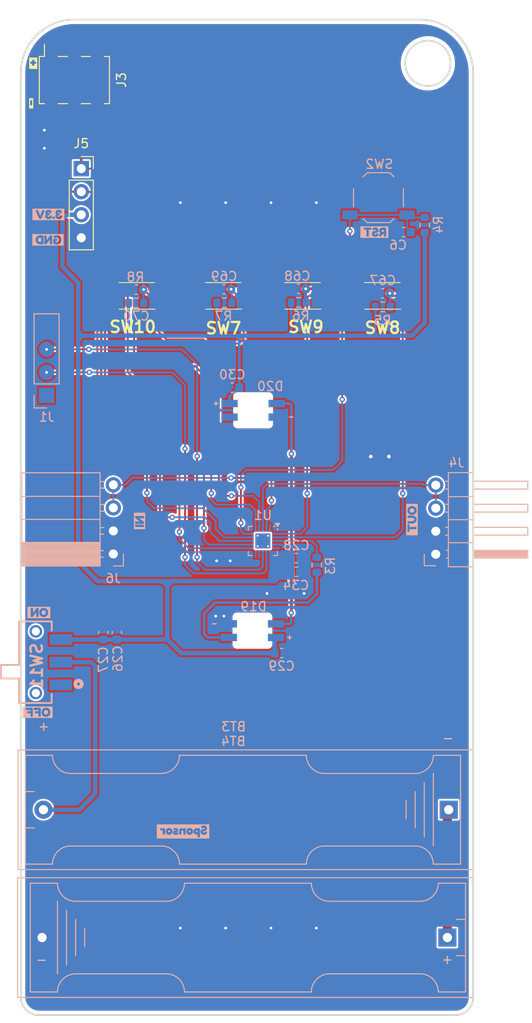
<source format=kicad_pcb>
(kicad_pcb (version 20241229) (generator "pcbnew") (generator_version "9.0")
  (layers (0 "F.Cu" signal) (2 "B.Cu" signal) (13 "F.Paste" user) (15 "B.Paste" user) (5 "F.SilkS" user "F.Silkscreen") (7 "B.SilkS" user "B.Silkscreen") (1 "F.Mask" user) (3 "B.Mask" user) (25 "Edge.Cuts" user))
  (net 0 "")
  (net 1 "GND")
  (net 2 "+3.3V")
  (net 3 "Net-(BT3--)")
  (net 4 "/NTST")
  (net 5 "Net-(D19-DIN)")
  (net 6 "VBUS")
  (net 7 "Net-(D19-DOUT)")
  (net 9 "/NEO")
  (net 11 "/SWDIO")
  (net 12 "/SWCLK")
  (net 13 "/RX")
  (net 14 "/SDA")
  (net 15 "/SCL")
  (net 16 "/GPIO1")
  (net 17 "/GPIO2")
  (net 18 "+BATT")
  (net 19 "/TX")
  (net 20 "/BTTN1")
  (net 21 "/BTTN2")
  (net 23 "/BTTN3")
  (net 24 "/BTTN4")
  (footprint "Footprints:TS1088R02026" (layer "F.Cu") (at 130.21 65.28)
    (property "Reference" "SW10")
    (property "Value" "SW_Push" (hide yes))
  )
  (footprint "Footprints:TS1088R02026" (layer "F.Cu") (at 148.5 65.28)
    (property "Reference" "SW9")
    (property "Value" "SW_Push" (hide yes))
  )
  (footprint "Connector_PinSocket_2.54mm:PinSocket_1x04_P2.54mm_Vertical" (layer "F.Cu") (at 124.075 51.25)
    (property "Reference" "J5")
    (property "Value" "I2C")
  )
  (footprint "Footprints:TS1088R02026" (layer "F.Cu") (at 157.3 65.28)
    (property "Reference" "SW8")
    (property "Value" "SW_Push" (hide yes))
  )
  (footprint "Footprints:TS1088R02026" (layer "F.Cu") (at 139.76 65.28)
    (property "Reference" "SW7")
    (property "Value" "SW_Push" (hide yes))
  )
  (footprint "kibuzzard-6842EE36" (layer "F.Cu") (at 118.55 44.05 -90)
    (property "Reference" "kibuzzard-6842EE36" (hide yes))
    (property "Value" "G***" (hide yes))
  )
  (footprint "kibuzzard-6842EE28" (layer "F.Cu") (at 118.775 39.625 -90)
    (property "Reference" "kibuzzard-6842EE28" (hide yes))
    (property "Value" "G***" (hide yes))
  )
  (footprint "Connector_PinSocket_2.54mm:PinSocket_2x03_P2.54mm_Vertical_SMD" (layer "F.Cu") (at 123.31125 41.48 90)
    (property "Reference" "J3")
    (property "Value" "ADDON")
  )
  (footprint "Package_DFN_QFN:QFN-20-1EP_3x3mm_P0.4mm_EP1.65x1.65mm_ThermalVias" (layer "B.Cu") (at 144.1 92.31 180)
    (property "Reference" "U1")
    (property "Value" "PY32F030F28U6TR")
  )
  (footprint "kibuzzard-6841DC13" (layer "B.Cu") (at 156.4 58.25 180)
    (property "Reference" "kibuzzard-6841DC13" (hide yes))
    (property "Value" "G***" (hide yes))
  )
  (footprint "Resistor_SMD:R_0603_1608Metric" (layer "B.Cu") (at 148.05 66 180)
    (property "Reference" "R6")
    (property "Value" "10k")
  )
  (footprint "Button_Switch_SMD:SW_SPST_TL3342" (layer "B.Cu") (at 156.85 54.45 180)
    (property "Reference" "SW2")
    (property "Value" "RESET")
  )
  (footprint "Capacitor_SMD:C_0603_1608Metric" (layer "B.Cu") (at 139.825 64.55 180)
    (property "Reference" "C69")
    (property "Value" "10uF")
  )
  (footprint "kibuzzard-684316D5" (layer "B.Cu") (at 119.25 111.2 180)
    (property "Reference" "kibuzzard-684316D5" (hide yes))
    (property "Value" "G***" (hide yes))
  )
  (footprint "Capacitor_SMD:C_0603_1608Metric" (layer "B.Cu") (at 157.325 65 180)
    (property "Reference" "C67")
    (property "Value" "10uF")
  )
  (footprint "Capacitor_SMD:C_0603_1608Metric" (layer "B.Cu") (at 147.81 94.2)
    (property "Reference" "C28")
    (property "Value" "10uF")
  )
  (footprint "kibuzzard-684316C2" (layer "B.Cu") (at 160.55 89.95 -90)
    (property "Reference" "kibuzzard-684316C2" (hide yes))
    (property "Value" "G***" (hide yes))
  )
  (footprint "Capacitor_SMD:C_0603_1608Metric" (layer "B.Cu") (at 128 102.4 90)
    (property "Reference" "C26")
    (property "Value" "10uF")
  )
  (footprint "Resistor_SMD:R_0603_1608Metric" (layer "B.Cu") (at 139.85 66.05 180)
    (property "Reference" "R7")
    (property "Value" "10k")
  )
  (footprint "Connector_PinHeader_2.54mm:PinHeader_1x04_P2.54mm_Vertical" (layer "B.Cu") (at 120.248666 76.26)
    (property "Reference" "J1")
    (property "Value" "SWDIO")
  )
  (footprint "Resistor_SMD:R_0603_1608Metric" (layer "B.Cu") (at 161.96 57.46 -90)
    (property "Reference" "R4")
    (property "Value" "10k")
  )
  (footprint "Footprints:LED_SK6812-E" (layer "B.Cu") (at 143.025 77.9 180)
    (property "Reference" "D20")
    (property "Value" "SK6812MINI-E")
    (fp_line (start 1.7 1.5) (end 1.7 -1.5) (stroke (width 0.01)) (layer "Edge.Cuts"))
    (fp_line (start 1.7 -1.5) (end -1.7 -1.5) (stroke (width 0.01)) (layer "Edge.Cuts"))
    (fp_line (start -1.7 1.5) (end 1.7 1.5) (stroke (width 0.01)) (layer "Edge.Cuts"))
    (fp_line (start -1.7 -1.5) (end -1.7 1.5) (stroke (width 0.01)) (layer "Edge.Cuts"))
  )
  (footprint "Connector_PinSocket_2.54mm:PinSocket_1x04_P2.54mm_Horizontal" (layer "B.Cu") (at 127.61 93.74)
    (property "Reference" "J6")
    (property "Value" "Conn_01x04_Pin")
  )
  (footprint "Capacitor_SMD:C_0603_1608Metric" (layer "B.Cu") (at 140.725 75.4 180)
    (property "Reference" "C30")
    (property "Value" "100nF")
  )
  (footprint "Resistor_SMD:R_0603_1608Metric" (layer "B.Cu") (at 150.05 94.95 -90)
    (property "Reference" "R3")
    (property "Value" "1K")
  )
  (footprint "kibuzzard-684316CB" (layer "B.Cu") (at 119.4 100.2 180)
    (property "Reference" "kibuzzard-684316CB" (hide yes))
    (property "Value" "G***" (hide yes))
  )
  (footprint "kibuzzard-6842ED45" (layer "B.Cu") (at 120.4 59.1 180)
    (property "Reference" "kibuzzard-6842ED45" (hide yes))
    (property "Value" "G***" (hide yes))
  )
  (footprint "Capacitor_SMD:C_0603_1608Metric" (layer "B.Cu") (at 146.175 104.675)
    (property "Reference" "C29")
    (property "Value" "100nF")
  )
  (footprint "Connector_PinHeader_2.54mm:PinHeader_1x04_P2.54mm_Horizontal" (layer "B.Cu") (at 163.17 93.774)
    (property "Reference" "J4")
    (property "Value" "Conn_01x04_Pin")
  )
  (footprint "Battery:BatteryHolder_Keystone_2466_1xAAA" (layer "B.Cu") (at 164.45 136.05 180)
    (property "Reference" "BT4")
    (property "Value" "Battery_Cell")
  )
  (footprint "Resistor_SMD:R_0603_1608Metric" (layer "B.Cu") (at 130.14 66.06 180)
    (property "Reference" "R8")
    (property "Value" "10k")
  )
  (footprint "kibuzzard-6842ED2D" (layer "B.Cu") (at 120.45 56.3 180)
    (property "Reference" "kibuzzard-6842ED2D" (hide yes))
    (property "Value" "G***" (hide yes))
  )
  (footprint "kibuzzard-6842C085" (layer "B.Cu") (at 135.3 124.35 180)
    (property "Reference" "kibuzzard-6842C085" (hide yes))
    (property "Value" "G***" (hide yes))
  )
  (footprint "kibuzzard-684316B7" (layer "B.Cu") (at 130.5 90.1 90)
    (property "Reference" "kibuzzard-684316B7" (hide yes))
    (property "Value" "G***" (hide yes))
  )
  (footprint "Capacitor_SMD:C_0603_1608Metric" (layer "B.Cu") (at 147.81 95.7)
    (property "Reference" "C34")
    (property "Value" "100nF")
  )
  (footprint "Capacitor_SMD:C_0603_1608Metric" (layer "B.Cu") (at 130.145 64.59 180)
    (property "Reference" "C70")
    (property "Value" "10uF")
  )
  (footprint "Capacitor_SMD:C_0603_1608Metric" (layer "B.Cu") (at 148.05 64.5 180)
    (property "Reference" "C68")
    (property "Value" "10uF")
  )
  (footprint "Battery:BatteryHolder_Keystone_2466_1xAAA" (layer "B.Cu") (at 119.9 121.95)
    (property "Reference" "BT3")
    (property "Value" "Battery_Cell")
  )
  (footprint "Footprints:JS102011SAQN" (layer "B.Cu") (at 120.81 105.68 90)
    (property "Reference" "SW11")
    (property "Value" "ON" (hide yes))
  )
  (footprint "Resistor_SMD:R_0603_1608Metric" (layer "B.Cu") (at 157.325 66.5 180)
    (property "Reference" "R5")
    (property "Value" "10k")
  )
  (footprint "Capacitor_SMD:C_0603_1608Metric" (layer "B.Cu") (at 126.5 102.4 90)
    (property "Reference" "C27")
    (property "Value" "10uF")
  )
  (footprint "Capacitor_SMD:C_0603_1608Metric" (layer "B.Cu") (at 159.65 58.25 180)
    (property "Reference" "C6")
    (property "Value" "100nF")
  )
  (footprint "Footprints:LED_SK6812-E" (layer "B.Cu") (at 142.95 102.2)
    (property "Reference" "D19")
    (property "Value" "SK6812MINI-E")
    (fp_line (start -1.7 -1.5) (end -1.7 1.5) (stroke (width 0.01)) (layer "Edge.Cuts"))
    (fp_line (start -1.7 1.5) (end 1.7 1.5) (stroke (width 0.01)) (layer "Edge.Cuts"))
    (fp_line (start 1.7 -1.5) (end -1.7 -1.5) (stroke (width 0.01)) (layer "Edge.Cuts"))
    (fp_line (start 1.7 1.5) (end 1.7 -1.5) (stroke (width 0.01)) (layer "Edge.Cuts"))
  )
  (gr_curve (pts (xy 164.067763 37.865415) (xy 163.59888 37.396532) (xy 162.962939 37.133117) (xy 162.299838 37.133117)) (stroke (width 0.2)) (layer "Edge.Cuts"))
  (gr_curve (pts (xy 160.531914 41.401263) (xy 161.246973 42.116322) (xy 162.322363 42.33023) (xy 163.256632 41.943243)) (stroke (width 0.2)) (layer "Edge.Cuts"))
  (gr_curve (pts (xy 164.800061 39.633339) (xy 164.800061 38.970239) (xy 164.536645 38.334298) (xy 164.067763 37.865415)) (stroke (width 0.2)) (layer "Edge.Cuts"))
  (gr_line (start 117.40124 142.6) (end 117.40124 40.68961) (stroke (width 0.2)) (layer "Edge.Cuts"))
  (gr_line (start 165.328 144.60722) (end 119.40846 144.60722) (stroke (width 0.2)) (layer "Edge.Cuts"))
  (gr_curve (pts (xy 119.40846 144.60722) (xy 118.31681 144.60722) (xy 117.40124 143.72686) (xy 117.40124 142.6)) (stroke (width 0.2)) (layer "Edge.Cuts"))
  (gr_curve (pts (xy 163.256632 41.943243) (xy 164.190901 41.556257) (xy 164.800061 40.644585) (xy 164.800061 39.633339)) (stroke (width 0.2)) (layer "Edge.Cuts"))
  (gr_curve (pts (xy 167.3 142.6) (xy 167.3352 143.72686) (xy 166.45486 144.60722) (xy 165.328 144.60722)) (stroke (width 0.2)) (layer "Edge.Cuts"))
  (gr_curve (pts (xy 162.299838 37.133117) (xy 161.288593 37.133117) (xy 160.376921 37.742276) (xy 159.989934 38.676546)) (stroke (width 0.2)) (layer "Edge.Cuts"))
  (gr_line (start 167.3 40.68961) (end 167.3 142.6) (stroke (width 0.2)) (layer "Edge.Cuts"))
  (gr_curve (pts (xy 161.4192 34.80881) (xy 164.65892 34.80881) (xy 167.3 37.44989) (xy 167.3 40.68961)) (stroke (width 0.2)) (layer "Edge.Cuts"))
  (gr_line (start 123.28204 34.80881) (end 161.4192 34.80881) (stroke (width 0.2)) (layer "Edge.Cuts"))
  (gr_curve (pts (xy 117.40124 40.68961) (xy 117.40124 37.44989) (xy 120.04232 34.80881) (xy 123.28204 34.80881)) (stroke (width 0.2)) (layer "Edge.Cuts"))
  (gr_curve (pts (xy 159.989934 38.676546) (xy 159.602947 39.610815) (xy 159.816856 40.686205) (xy 160.531914 41.401263)) (stroke (width 0.2)) (layer "Edge.Cuts"))
  (via (at 144.55 98.1) (size 0.6) (drill 0.3) (layers "F.Cu" "B.Cu") (net 1))
  (via (at 158 83) (size 0.8) (drill 0.4) (layers "F.Cu" "B.Cu") (net 1))
  (via (at 140.5 94.5) (size 0.6) (drill 0.3) (layers "F.Cu" "B.Cu") (net 1))
  (via (at 140 135) (size 0.6) (drill 0.3) (layers "F.Cu" "B.Cu") (net 1))
  (via (at 148.65 98.1) (size 0.6) (drill 0.3) (layers "F.Cu" "B.Cu") (net 1))
  (via (at 135 55) (size 0.6) (drill 0.3) (layers "F.Cu" "B.Cu") (net 1))
  (via (at 138.9 100.6) (size 0.6) (drill 0.3) (layers "F.Cu" "B.Cu") (net 1))
  (via (at 156 83) (size 0.8) (drill 0.4) (layers "F.Cu" "B.Cu") (net 1))
  (via (at 139.8 100.6) (size 0.6) (drill 0.3) (layers "F.Cu" "B.Cu") (net 1))
  (via (at 140 55) (size 0.6) (drill 0.3) (layers "F.Cu" "B.Cu") (net 1))
  (via (at 139 94.5) (size 0.6) (drill 0.3) (layers "F.Cu" "B.Cu") (net 1))
  (via (at 135 135) (size 0.6) (drill 0.3) (layers "F.Cu" "B.Cu") (net 1))
  (via (at 120 49) (size 0.6) (drill 0.3) (layers "F.Cu" "B.Cu") (net 1))
  (via (at 150 55) (size 0.6) (drill 0.3) (layers "F.Cu" "B.Cu") (net 1))
  (via (at 150 135) (size 0.6) (drill 0.3) (layers "F.Cu" "B.Cu") (net 1))
  (via (at 145 55) (size 0.6) (drill 0.3) (layers "F.Cu" "B.Cu") (net 1))
  (via (at 120 47) (size 0.6) (drill 0.3) (layers "F.Cu" "B.Cu") (net 1))
  (via (at 145 135) (size 0.6) (drill 0.3) (layers "F.Cu" "B.Cu") (net 1))
  (segment (start 148.585 93.135) (end 148.585 94.2) (width 0.2) (layer "B.Cu") (net 1))
  (segment (start 145.55 92.71) (end 148.16 92.71) (width 0.2) (layer "B.Cu") (net 1))
  (segment (start 148.16 92.71) (end 148.585 93.135) (width 0.2) (layer "B.Cu") (net 1))
  (segment (start 120.77125 38.97125) (end 122 40.2) (width 0.5) (layer "F.Cu") (net 2))
  (segment (start 122.68 56.33) (end 122 55.65) (width 0.5) (layer "F.Cu") (net 2))
  (segment (start 124.075 56.33) (end 122.68 56.33) (width 0.5) (layer "F.Cu") (net 2))
  (segment (start 122 40.2) (end 122 55.65) (width 0.5) (layer "F.Cu") (net 2))
  (segment (start 120.77125 38.96) (end 120.77125 38.97125) (width 0.5) (layer "F.Cu") (net 2))
  (segment (start 146.72 69.67) (end 147.23 69.67) (width 0.5) (layer "B.Cu") (net 2))
  (segment (start 140.8 69.67) (end 141.05 69.67) (width 0.5) (layer "B.Cu") (net 2))
  (segment (start 132.84 96.74) (end 133.02 96.74) (width 0.5) (layer "B.Cu") (net 2))
  (segment (start 156.5 69.32) (end 156.15 69.67) (width 0.3) (layer "B.Cu") (net 2))
  (segment (start 126.495 103.18) (end 126.5 103.175) (width 0.5) (layer "B.Cu") (net 2))
  (segment (start 133.56 103.16) (end 135.075 104.675) (width 0.5) (layer "B.Cu") (net 2))
  (segment (start 141.5 75.4) (end 141.404347 75.4) (width 0.3) (layer "B.Cu") (net 2))
  (segment (start 123.73 69.67) (end 124.2 69.67) (width 0.5) (layer "B.Cu") (net 2))
  (segment (start 129.315 69.24) (end 129.315 69.655) (width 0.3) (layer "B.Cu") (net 2))
  (segment (start 134.44 96.74) (end 145.47 96.74) (width 0.5) (layer "B.Cu") (net 2))
  (segment (start 123.73 70.14) (end 124.2 69.67) (width 0.5) (layer "B.Cu") (net 2))
  (segment (start 129.315 69.405) (end 129.58 69.67) (width 0.3) (layer "B.Cu") (net 2))
  (segment (start 141.05 69.67) (end 141.3 69.67) (width 0.5) (layer "B.Cu") (net 2))
  (segment (start 123.73 70.26) (end 123.73 70.14) (width 0.5) (layer "B.Cu") (net 2))
  (segment (start 147.79 69.67) (end 155.69 69.67) (width 0.5) (layer "B.Cu") (net 2))
  (segment (start 139.025 69.215) (end 138.57 69.67) (width 0.3) (layer "B.Cu") (net 2))
  (segment (start 124.2 69.67) (end 129.06 69.67) (width 0.5) (layer "B.Cu") (net 2))
  (segment (start 156.15 69.67) (end 156.8 69.67) (width 0.5) (layer "B.Cu") (net 2))
  (segment (start 139.025 69.13) (end 139.025 69.585) (width 0.3) (layer "B.Cu") (net 2))
  (segment (start 125.9 96.74) (end 123.73 94.57) (width 0.5) (layer "B.Cu") (net 2))
  (segment (start 123.73 63.83) (end 122 62.1) (width 0.5) (layer "B.Cu") (net 2))
  (segment (start 133.56 103.13) (end 133.56 97.28) (width 0.5) (layer "B.Cu") (net 2))
  (segment (start 147.73 69.67) (end 147.79 69.67) (width 0.3) (layer "B.Cu") (net 2))
  (segment (start 134.1 96.74) (end 134.44 96.74) (width 0.5) (layer "B.Cu") (net 2))
  (segment (start 122 56.85) (end 122.52 56.33) (width 0.5) (layer "B.Cu") (net 2))
  (segment (start 123.73 94.57) (end 123.73 70.26) (width 0.5) (layer "B.Cu") (net 2))
  (segment (start 132.84 96.74) (end 125.9 96.74) (width 0.5) (layer "B.Cu") (net 2))
  (segment (start 141.925 69.67) (end 146.72 69.67) (width 0.5) (layer "B.Cu") (net 2))
  (segment (start 147.225 69.16) (end 147.225 69.165) (width 0.3) (layer "B.Cu") (net 2))
  (segment (start 123.73 70.26) (end 123.73 69.67) (width 0.5) (layer "B.Cu") (net 2))
  (segment (start 145.59 96.62) (end 145.59 95.9) (width 0.5) (layer "B.Cu") (net 2))
  (segment (start 139.025 66.05) (end 139.025 69.13) (width 0.3) (layer "B.Cu") (net 2))
  (segment (start 121.81 103.18) (end 126.495 103.18) (width 0.5) (layer "B.Cu") (net 2))
  (segment (start 139.49 69.67) (end 140.8 69.67) (width 0.5) (layer "B.Cu") (net 2))
  (segment (start 147.225 69.665) (end 147.23 69.67) (width 0.3) (layer "B.Cu") (net 2))
  (segment (start 122.52 56.33) (end 124.075 56.33) (width 0.5) (layer "B.Cu") (net 2))
  (segment (start 133.56 103.13) (end 133.56 103.16) (width 0.5) (layer "B.Cu") (net 2))
  (segment (start 129.315 66.06) (end 129.315 69.24) (width 0.3) (layer "B.Cu") (net 2))
  (segment (start 139.025 69.205) (end 139.49 69.67) (width 0.3) (layer "B.Cu") (net 2))
  (segment (start 139.025 69.205) (end 139.025 69.215) (width 0.3) (layer "B.Cu") (net 2))
  (segment (start 129.315 69.24) (end 129.315 69.405) (width 0.3) (layer "B.Cu") (net 2))
  (segment (start 138.57 69.67) (end 138.94 69.67) (width 0.5) (layer "B.Cu") (net 2))
  (segment (start 145.4 104.675) (end 145.4 103.1) (width 0.5) (layer "B.Cu") (net 2))
  (segment (start 147.225 69.165) (end 147.73 69.67) (width 0.3) (layer "B.Cu") (net 2))
  (segment (start 123.73 69.67) (end 123.73 69.11) (width 0.5) (layer "B.Cu") (net 2))
  (segment (start 141.5 75.4) (end 141.5 70.325) (width 0.3) (layer "B.Cu") (net 2))
  (segment (start 141.3 69.67) (end 141.925 69.67) (width 0.5) (layer "B.Cu") (net 2))
  (segment (start 156.5 69.32) (end 156.5 69.37) (width 0.3) (layer "B.Cu") (net 2))
  (segment (start 138.94 69.67) (end 139.49 69.67) (width 0.5) (layer "B.Cu") (net 2))
  (segment (start 129.315 69.415) (end 129.06 69.67) (width 0.3) (layer "B.Cu") (net 2))
  (segment (start 161.96 68.24) (end 161.96 58.285) (width 0.5) (layer "B.Cu") (net 2))
  (segment (start 123.73 69.11) (end 123.73 69.2) (width 0.5) (layer "B.Cu") (net 2))
  (segment (start 139.025 69.13) (end 139.025 69.205) (width 0.3) (layer "B.Cu") (net 2))
  (segment (start 145.4 103.1) (end 145.55 102.95) (width 0.5) (layer "B.Cu") (net 2))
  (segment (start 135.075 104.675) (end 145.4 104.675) (width 0.5) (layer "B.Cu") (net 2))
  (segment (start 139.025 69.585) (end 138.94 69.67) (width 0.3) (layer "B.Cu") (net 2))
  (segment (start 129.33 69.67) (end 129.58 69.67) (width 0.5) (layer "B.Cu") (net 2))
  (segment (start 160.53 69.67) (end 161.96 68.24) (width 0.5) (layer "B.Cu") (net 2))
  (segment (start 156.5 69.37) (end 156.8 69.67) (width 0.3) (layer "B.Cu") (net 2))
  (segment (start 122 62.1) (end 122 56.85) (width 0.5) (layer "B.Cu") (net 2))
  (segment (start 129.315 69.24) (end 129.315 69.415) (width 0.3) (layer "B.Cu") (net 2))
  (segment (start 147.225 66) (end 147.225 69.16) (width 0.3) (layer "B.Cu") (net 2))
  (segment (start 156.8 69.67) (end 160.53 69.67) (width 0.5) (layer "B.Cu") (net 2))
  (segment (start 141.5 70.325) (end 141.5 70.095) (width 0.3) (layer "B.Cu") (net 2))
  (segment (start 129.06 69.67) (end 129.33 69.67) (width 0.5) (layer "B.Cu") (net 2))
  (segment (start 141.5 70.325) (end 141.5 70.12) (width 0.3) (layer "B.Cu") (net 2))
  (segment (start 147.225 69.16) (end 147.225 69.665) (width 0.3) (layer "B.Cu") (net 2))
  (segment (start 123.73 69.11) (end 123.73 63.83) (width 0.5) (layer "B.Cu") (net 2))
  (segment (start 133.02 96.74) (end 133.56 97.28) (width 0.5) (layer "B.Cu") (net 2))
  (segment (start 155.69 69.67) (end 156.15 69.67) (width 0.5) (layer "B.Cu") (net 2))
  (segment (start 139.025 69.13) (end 139.025 69.215) (width 0.3) (layer "B.Cu") (net 2))
  (segment (start 147.225 69.165) (end 146.72 69.67) (width 0.3) (layer "B.Cu") (net 2))
  (segment (start 141.5 70.095) (end 141.925 69.67) (width 0.3) (layer "B.Cu") (net 2))
  (segment (start 145.59 95.9) (end 145.6 95.89) (width 0.5) (layer "B.Cu") (net 2))
  (segment (start 145.47 96.74) (end 145.59 96.62) (width 0.5) (layer "B.Cu") (net 2))
  (segment (start 126.5 103.175) (end 133.515 103.175) (width 0.5) (layer "B.Cu") (net 2))
  (segment (start 133.56 97.28) (end 134.1 96.74) (width 0.5) (layer "B.Cu") (net 2))
  (segment (start 140.425 76.379347) (end 140.425 77.15) (width 0.3) (layer "B.Cu") (net 2))
  (segment (start 123.73 69.2) (end 124.2 69.67) (width 0.5) (layer "B.Cu") (net 2))
  (segment (start 134.44 96.74) (end 132.84 96.74) (width 0.5) (layer "B.Cu") (net 2))
  (segment (start 129.58 69.67) (end 138.57 69.67) (width 0.5) (layer "B.Cu") (net 2))
  (segment (start 141.5 70.12) (end 141.05 69.67) (width 0.3) (layer "B.Cu") (net 2))
  (segment (start 156.5 66.5) (end 156.5 69.32) (width 0.3) (layer "B.Cu") (net 2))
  (segment (start 133.515 103.175) (end 133.56 103.13) (width 0.5) (layer "B.Cu") (net 2))
  (segment (start 141.404347 75.4) (end 140.425 76.379347) (width 0.3) (layer "B.Cu") (net 2))
  (segment (start 147.23 69.67) (end 147.79 69.67) (width 0.5) (layer "B.Cu") (net 2))
  (segment (start 129.315 69.655) (end 129.33 69.67) (width 0.3) (layer "B.Cu") (net 2))
  (segment (start 164.45 122.1) (end 164.6 121.95) (width 1) (layer "F.Cu") (net 3))
  (segment (start 164.45 136.05) (end 164.45 122.1) (width 1) (layer "F.Cu") (net 3))
  (segment (start 153.7 59.15) (end 153.7 58.15) (width 0.2) (layer "F.Cu") (net 4))
  (segment (start 152.85 60) (end 153.7 59.15) (width 0.2) (layer "F.Cu") (net 4))
  (segment (start 152.85 76.7) (end 152.85 60) (width 0.2) (layer "F.Cu") (net 4))
  (segment (start 141.68 86.4) (end 141.68 90.33) (width 0.2) (layer "F.Cu") (net 4))
  (via (at 152.85 76.7) (size 0.6) (drill 0.3) (layers "F.Cu" "B.Cu") (net 4))
  (via (at 141.68 86.4) (size 0.6) (drill 0.3) (layers "F.Cu" "B.Cu") (net 4))
  (via (at 153.7 58.15) (size 0.6) (drill 0.3) (layers "F.Cu" "B.Cu") (net 4))
  (via (at 141.68 90.33) (size 0.6) (drill 0.3) (layers "F.Cu" "B.Cu") (net 4))
  (segment (start 141.68 90.33) (end 141.68 91.21) (width 0.2) (layer "B.Cu") (net 4))
  (segment (start 141.68 85.06) (end 141.68 86.4) (width 0.2) (layer "B.Cu") (net 4))
  (segment (start 160 57.825) (end 160.425 58.25) (width 0.2) (layer "B.Cu") (net 4))
  (segment (start 142.27 84.47) (end 141.68 85.06) (width 0.2) (layer "B.Cu") (net 4))
  (segment (start 160 56.35) (end 160.1 56.35) (width 0.2) (layer "B.Cu") (net 4))
  (segment (start 152.85 76.7) (end 152.85 83.5) (width 0.2) (layer "B.Cu") (net 4))
  (segment (start 160 56.35) (end 153.7 56.35) (width 0.2) (layer "B.Cu") (net 4))
  (segment (start 152.85 83.5) (end 151.88 84.47) (width 0.2) (layer "B.Cu") (net 4))
  (segment (start 141.68 91.21) (end 141.98 91.51) (width 0.2) (layer "B.Cu") (net 4))
  (segment (start 160 56.35) (end 160 57.825) (width 0.2) (layer "B.Cu") (net 4))
  (segment (start 160.1 56.35) (end 160.385 56.635) (width 0.2) (layer "B.Cu") (net 4))
  (segment (start 153.7 58.15) (end 153.7 56.35) (width 0.2) (layer "B.Cu") (net 4))
  (segment (start 160.385 56.635) (end 161.96 56.635) (width 0.2) (layer "B.Cu") (net 4))
  (segment (start 141.98 91.51) (end 142.65 91.51) (width 0.2) (layer "B.Cu") (net 4))
  (segment (start 151.88 84.47) (end 142.27 84.47) (width 0.2) (layer "B.Cu") (net 4))
  (segment (start 137.625 102.55) (end 137.625 100.3) (width 0.3) (layer "B.Cu") (net 5))
  (segment (start 150.05 98.15) (end 150.05 95.775) (width 0.3) (layer "B.Cu") (net 5))
  (segment (start 149.1 99.1) (end 150.05 98.15) (width 0.3) (layer "B.Cu") (net 5))
  (segment (start 140.35 102.95) (end 138.025 102.95) (width 0.3) (layer "B.Cu") (net 5))
  (segment (start 137.625 100.3) (end 138.825 99.1) (width 0.3) (layer "B.Cu") (net 5))
  (segment (start 138.825 99.1) (end 149.1 99.1) (width 0.3) (layer "B.Cu") (net 5))
  (segment (start 138.025 102.95) (end 137.625 102.55) (width 0.3) (layer "B.Cu") (net 5))
  (segment (start 147.25 97.75) (end 147.25 82.7) (width 0.3) (layer "F.Cu") (net 7))
  (segment (start 147.225 100.225) (end 147.25 100.2) (width 0.3) (layer "F.Cu") (net 7))
  (segment (start 147.25 100.2) (end 147.25 97.75) (width 0.3) (layer "F.Cu") (net 7))
  (via (at 147.225 100.225) (size 0.6) (drill 0.3) (layers "F.Cu" "B.Cu") (net 7))
  (via (at 147.25 82.7) (size 0.6) (drill 0.3) (layers "F.Cu" "B.Cu") (net 7))
  (segment (start 147.25 77.35) (end 147.25 82.7) (width 0.3) (layer "B.Cu") (net 7))
  (segment (start 145.625 77.15) (end 147.05 77.15) (width 0.3) (layer "B.Cu") (net 7))
  (segment (start 147.2 82.65) (end 147.25 82.7) (width 0.3) (layer "B.Cu") (net 7))
  (segment (start 147.05 77.15) (end 147.25 77.35) (width 0.3) (layer "B.Cu") (net 7))
  (segment (start 145.55 101.45) (end 147.075 101.45) (width 0.3) (layer "B.Cu") (net 7))
  (segment (start 147.225 100.225) (end 147.25 100.25) (width 0.3) (layer "B.Cu") (net 7))
  (segment (start 147.225 101.3) (end 147.225 100.225) (width 0.3) (layer "B.Cu") (net 7))
  (segment (start 147.075 101.45) (end 147.225 101.3) (width 0.3) (layer "B.Cu") (net 7))
  (segment (start 150.05 94.125) (end 150.05 92.85) (width 0.2) (layer "B.Cu") (net 9))
  (segment (start 145.55 92.31) (end 146.535 92.31) (width 0.2) (layer "B.Cu") (net 9))
  (segment (start 149.51 92.31) (end 146.535 92.31) (width 0.2) (layer "B.Cu") (net 9))
  (segment (start 150.05 92.85) (end 149.51 92.31) (width 0.2) (layer "B.Cu") (net 9))
  (segment (start 135.52 82.14) (end 135.51 82.13) (width 0.2) (layer "F.Cu") (net 11))
  (segment (start 135.52 94.1) (end 135.52 82.14) (width 0.2) (layer "F.Cu") (net 11))
  (segment (start 124.96 73.71) (end 120.258666 73.71) (width 0.2) (layer "F.Cu") (net 11))
  (segment (start 120.258666 73.71) (end 120.248666 73.72) (width 0.2) (layer "F.Cu") (net 11))
  (via (at 120.248666 73.72) (size 0.6) (drill 0.3) (layers "F.Cu" "B.Cu") (net 11))
  (via (at 135.52 94.1) (size 0.6) (drill 0.3) (layers "F.Cu" "B.Cu") (net 11))
  (via (at 135.51 82.13) (size 0.6) (drill 0.3) (layers "F.Cu" "B.Cu") (net 11))
  (via (at 124.96 73.71) (size 0.6) (drill 0.3) (layers "F.Cu" "B.Cu") (net 11))
  (segment (start 144.14 95.88) (end 144.5 95.52) (width 0.2) (layer "B.Cu") (net 11))
  (segment (start 135.52 94.1) (end 135.52 94.95) (width 0.2) (layer "B.Cu") (net 11))
  (segment (start 124.97 73.72) (end 124.96 73.71) (width 0.2) (layer "B.Cu") (net 11))
  (segment (start 135.51 75.1) (end 134.13 73.72) (width 0.2) (layer "B.Cu") (net 11))
  (segment (start 134.13 73.72) (end 124.97 73.72) (width 0.2) (layer "B.Cu") (net 11))
  (segment (start 135.51 82.13) (end 135.51 75.1) (width 0.2) (layer "B.Cu") (net 11))
  (segment (start 144.5 95.52) (end 144.5 93.76) (width 0.2) (layer "B.Cu") (net 11))
  (segment (start 135.52 94.95) (end 136.45 95.88) (width 0.2) (layer "B.Cu") (net 11))
  (segment (start 136.45 95.88) (end 144.14 95.88) (width 0.2) (layer "B.Cu") (net 11))
  (segment (start 136.84 94.1) (end 136.84 82.99) (width 0.2) (layer "F.Cu") (net 12))
  (segment (start 124.91 71.18) (end 120.248666 71.18) (width 0.2) (layer "F.Cu") (net 12))
  (segment (start 136.84 82.99) (end 136.86 82.97) (width 0.2) (layer "F.Cu") (net 12))
  (via (at 136.84 94.1) (size 0.6) (drill 0.3) (layers "F.Cu" "B.Cu") (net 12))
  (via (at 136.86 82.97) (size 0.6) (drill 0.3) (layers "F.Cu" "B.Cu") (net 12))
  (via (at 120.248666 71.18) (size 0.6) (drill 0.3) (layers "F.Cu" "B.Cu") (net 12))
  (via (at 124.91 71.18) (size 0.6) (drill 0.3) (layers "F.Cu" "B.Cu") (net 12))
  (segment (start 137.699 95.479) (end 143.711 95.479) (width 0.2) (layer "B.Cu") (net 12))
  (segment (start 136.84 94.1) (end 136.84 94.62) (width 0.2) (layer "B.Cu") (net 12))
  (segment (start 143.711 95.479) (end 144.1 95.09) (width 0.2) (layer "B.Cu") (net 12))
  (segment (start 144.1 95.09) (end 144.1 93.76) (width 0.2) (layer "B.Cu") (net 12))
  (segment (start 136.84 94.62) (end 137.699 95.479) (width 0.2) (layer "B.Cu") (net 12))
  (segment (start 136.86 72.85) (end 136.86 82.97) (width 0.2) (layer "B.Cu") (net 12))
  (segment (start 135.19 71.18) (end 136.86 72.85) (width 0.2) (layer "B.Cu") (net 12))
  (segment (start 124.91 71.18) (end 135.19 71.18) (width 0.2) (layer "B.Cu") (net 12))
  (segment (start 145.05 85.75) (end 144.65 85.35) (width 0.2) (layer "F.Cu") (net 13))
  (segment (start 144.65 85.35) (end 140.6 85.35) (width 0.2) (layer "F.Cu") (net 13))
  (segment (start 145.05 87.85) (end 145.05 85.75) (width 0.2) (layer "F.Cu") (net 13))
  (via (at 140.6 85.35) (size 0.6) (drill 0.3) (layers "F.Cu" "B.Cu") (net 13))
  (via (at 145.05 87.85) (size 0.6) (drill 0.3) (layers "F.Cu" "B.Cu") (net 13))
  (segment (start 127.61 86.12) (end 127.61 88.66) (width 0.2) (layer "B.Cu") (net 13))
  (segment (start 130.65 85.32) (end 129.74 85.32) (width 0.2) (layer "B.Cu") (net 13))
  (segment (start 130.68 85.35) (end 130.65 85.32) (width 0.2) (layer "B.Cu") (net 13))
  (segment (start 140.6 85.35) (end 130.68 85.35) (width 0.2) (layer "B.Cu") (net 13))
  (segment (start 145.05 88.35) (end 145.05 87.85) (width 0.2) (layer "B.Cu") (net 13))
  (segment (start 128.94 86.12) (end 129.74 85.32) (width 0.2) (layer "B.Cu") (net 13))
  (segment (start 127.61 86.12) (end 128.94 86.12) (width 0.2) (layer "B.Cu") (net 13))
  (segment (start 144.5 88.9) (end 144.85 88.55) (width 0.2) (layer "B.Cu") (net 13))
  (segment (start 144.85 88.55) (end 145.05 88.35) (width 0.2) (layer "B.Cu") (net 13))
  (segment (start 144.5 90.86) (end 144.5 88.9) (width 0.2) (layer "B.Cu") (net 13))
  (segment (start 124.4 39.27) (end 124.08 38.95) (width 0.3) (layer "F.Cu") (net 14))
  (segment (start 124.075 51.25) (end 124.075 47.625) (width 0.3) (layer "F.Cu") (net 14))
  (segment (start 132.75 89.3) (end 132.75 82.19) (width 0.2) (layer "F.Cu") (net 14))
  (segment (start 128.35 81.35) (end 126.7 79.7) (width 0.2) (layer "F.Cu") (net 14))
  (segment (start 128.75 81.35) (end 128.35 81.35) (width 0.2) (layer "F.Cu") (net 14))
  (segment (start 134.1 89.7) (end 133.15 89.7) (width 0.2) (layer "F.Cu") (net 14))
  (segment (start 125.9 51.25) (end 124.075 51.25) (width 0.2) (layer "F.Cu") (net 14))
  (segment (start 133.15 89.7) (end 132.75 89.3) (width 0.2) (layer "F.Cu") (net 14))
  (segment (start 124.08 38.95) (end 123.32125 38.95) (width 0.3) (layer "F.Cu") (net 14))
  (segment (start 131.91 81.35) (end 128.75 81.35) (width 0.2) (layer "F.Cu") (net 14))
  (segment (start 126.7 52.05) (end 125.9 51.25) (width 0.2) (layer "F.Cu") (net 14))
  (segment (start 124.075 47.625) (end 124.4 47.3) (width 0.3) (layer "F.Cu") (net 14))
  (segment (start 132.75 82.19) (end 131.91 81.35) (width 0.2) (layer "F.Cu") (net 14))
  (segment (start 124.4 47.3) (end 124.4 39.27) (width 0.3) (layer "F.Cu") (net 14))
  (segment (start 126.7 79.7) (end 126.7 52.05) (width 0.2) (layer "F.Cu") (net 14))
  (segment (start 123.32125 38.95) (end 123.31125 38.96) (width 0.3) (layer "F.Cu") (net 14))
  (via (at 134.1 89.7) (size 0.6) (drill 0.3) (layers "F.Cu" "B.Cu") (net 14))
  (segment (start 139.31 92.31) (end 138.3 91.3) (width 0.2) (layer "B.Cu") (net 14))
  (segment (start 138.3 91.3) (end 138.3 90.3) (width 0.2) (layer "B.Cu") (net 14))
  (segment (start 139.4 92.31) (end 142.65 92.31) (width 0.2) (layer "B.Cu") (net 14))
  (segment (start 137.7 89.7) (end 134.1 89.7) (width 0.2) (layer "B.Cu") (net 14))
  (segment (start 138.3 90.3) (end 137.7 89.7) (width 0.2) (layer "B.Cu") (net 14))
  (segment (start 139.4 92.31) (end 139.31 92.31) (width 0.2) (layer "B.Cu") (net 14))
  (segment (start 130.72 82.54) (end 128.24 82.54) (width 0.2) (layer "F.Cu") (net 15))
  (segment (start 131.31 83.13) (end 130.72 82.54) (width 0.2) (layer "F.Cu") (net 15))
  (segment (start 131.31 87) (end 131.31 83.13) (width 0.2) (layer "F.Cu") (net 15))
  (segment (start 125.85 54.6) (end 125.05 53.8) (width 0.2) (layer "F.Cu") (net 15))
  (segment (start 124.085 53.8) (end 124.075 53.79) (width 0.2) (layer "F.Cu") (net 15))
  (segment (start 128.24 82.54) (end 125.85 80.15) (width 0.2) (layer "F.Cu") (net 15))
  (segment (start 124.075 53.79) (end 123.09 53.79) (width 0.2) (layer "F.Cu") (net 15))
  (segment (start 122.75 46.55) (end 123.31125 45.98875) (width 0.2) (layer "F.Cu") (net 15))
  (segment (start 122.75 53.45) (end 122.75 46.55) (width 0.2) (layer "F.Cu") (net 15))
  (segment (start 125.05 53.8) (end 124.085 53.8) (width 0.2) (layer "F.Cu") (net 15))
  (segment (start 123.09 53.79) (end 122.75 53.45) (width 0.2) (layer "F.Cu") (net 15))
  (segment (start 123.31125 45.98875) (end 123.31125 44) (width 0.2) (layer "F.Cu") (net 15))
  (segment (start 125.85 80.15) (end 125.85 54.6) (width 0.2) (layer "F.Cu") (net 15))
  (via (at 131.31 87) (size 0.6) (drill 0.3) (layers "F.Cu" "B.Cu") (net 15))
  (segment (start 131.32 87.92) (end 132.1 88.7) (width 0.2) (layer "B.Cu") (net 15))
  (segment (start 132.1 88.7) (end 137.5 88.7) (width 0.2) (layer "B.Cu") (net 15))
  (segment (start 138.9 90.1) (end 138.9 91.01) (width 0.2) (layer "B.Cu") (net 15))
  (segment (start 131.32 87.01) (end 131.32 87.92) (width 0.2) (layer "B.Cu") (net 15))
  (segment (start 137.5 88.7) (end 138.9 90.1) (width 0.2) (layer "B.Cu") (net 15))
  (segment (start 139.8 91.91) (end 142.65 91.91) (width 0.2) (layer "B.Cu") (net 15))
  (segment (start 131.31 87) (end 131.32 87.01) (width 0.2) (layer "B.Cu") (net 15))
  (segment (start 138.9 91.01) (end 139.8 91.91) (width 0.2) (layer "B.Cu") (net 15))
  (segment (start 130.5 75) (end 129.2 73.7) (width 0.2) (layer "F.Cu") (net 16))
  (segment (start 125.85125 46.75125) (end 125.85125 44) (width 0.2) (layer "F.Cu") (net 16))
  (segment (start 134.9 75.9) (end 134 75) (width 0.2) (layer "F.Cu") (net 16))
  (segment (start 134.9 91.3) (end 134.9 75.9) (width 0.2) (layer "F.Cu") (net 16))
  (segment (start 129.2 73.7) (end 129.2 47.6) (width 0.2) (layer "F.Cu") (net 16))
  (segment (start 128.6 47) (end 126.1 47) (width 0.2) (layer "F.Cu") (net 16))
  (segment (start 134 75) (end 130.5 75) (width 0.2) (layer "F.Cu") (net 16))
  (segment (start 126.1 47) (end 125.85125 46.75125) (width 0.2) (layer "F.Cu") (net 16))
  (segment (start 129.2 47.6) (end 128.6 47) (width 0.2) (layer "F.Cu") (net 16))
  (via (at 134.9 91.3) (size 0.6) (drill 0.3) (layers "F.Cu" "B.Cu") (net 16))
  (segment (start 135.91 93.11) (end 135.3 92.5) (width 0.2) (layer "B.Cu") (net 16))
  (segment (start 138.01 93.11) (end 138 93.1) (width 0.2) (layer "B.Cu") (net 16))
  (segment (start 142.65 93.11) (end 138.01 93.11) (width 0.2) (layer "B.Cu") (net 16))
  (segment (start 135.3 92.5) (end 134.9 92.1) (width 0.2) (layer "B.Cu") (net 16))
  (segment (start 138.01 93.11) (end 135.91 93.11) (width 0.2) (layer "B.Cu") (net 16))
  (segment (start 134.9 92.1) (end 134.9 91.3) (width 0.2) (layer "B.Cu") (net 16))
  (segment (start 129.36 38.96) (end 129.9 39.5) (width 0.2) (layer "F.Cu") (net 17))
  (segment (start 129.9 72.3) (end 130.6 73) (width 0.2) (layer "F.Cu") (net 17))
  (segment (start 130.6 73) (end 136.6 73) (width 0.2) (layer "F.Cu") (net 17))
  (segment (start 137.6 74) (end 137.6 90.9) (width 0.2) (layer "F.Cu") (net 17))
  (segment (start 136.6 73) (end 137.6 74) (width 0.2) (layer "F.Cu") (net 17))
  (segment (start 129.9 39.5) (end 129.9 72.3) (width 0.2) (layer "F.Cu") (net 17))
  (segment (start 125.85125 38.96) (end 129.36 38.96) (width 0.2) (layer "F.Cu") (net 17))
  (via (at 137.6 90.9) (size 0.6) (drill 0.3) (layers "F.Cu" "B.Cu") (net 17))
  (segment (start 138.11 92.71) (end 137.8 92.4) (width 0.2) (layer "B.Cu") (net 17))
  (segment (start 142.65 92.71) (end 138.41 92.71) (width 0.2) (layer "B.Cu") (net 17))
  (segment (start 138.41 92.71) (end 138.11 92.71) (width 0.2) (layer "B.Cu") (net 17))
  (segment (start 137.6 92.2) (end 137.6 90.9) (width 0.2) (layer "B.Cu") (net 17))
  (segment (start 137.8 92.4) (end 137.6 92.2) (width 0.2) (layer "B.Cu") (net 17))
  (segment (start 125.6 106.1) (end 125.6 120.2) (width 0.5) (layer "B.Cu") (net 18))
  (segment (start 121.81 105.68) (end 125.18 105.68) (width 0.5) (layer "B.Cu") (net 18))
  (segment (start 125.18 105.68) (end 125.6 106.1) (width 0.5) (layer "B.Cu") (net 18))
  (segment (start 125.6 120.2) (end 123.85 121.95) (width 0.5) (layer "B.Cu") (net 18))
  (segment (start 123.85 121.95) (end 119.9 121.95) (width 0.5) (layer "B.Cu") (net 18))
  (segment (start 163.17 86.154) (end 163.17 88.694) (width 0.2) (layer "B.Cu") (net 19))
  (segment (start 163.17 86.154) (end 161.87 86.154) (width 0.2) (layer "B.Cu") (net 19))
  (segment (start 161.87 86.154) (end 161.73 86.014) (width 0.2) (layer "B.Cu") (net 19))
  (segment (start 144.586 86.014) (end 144.1 86.5) (width 0.2) (layer "B.Cu") (net 19))
  (segment (start 144.1 86.5) (end 144.1 90.86) (width 0.2) (layer "B.Cu") (net 19))
  (segment (start 161.73 86.014) (end 144.586 86.014) (width 0.2) (layer "B.Cu") (net 19))
  (segment (start 159.525 85.81) (end 159.525 65.28) (width 0.2) (layer "F.Cu") (net 20))
  (segment (start 159.525 87.06) (end 159.525 85.81) (width 0.2) (layer "F.Cu") (net 20))
  (segment (start 159.52 85.815) (end 159.525 85.81) (width 0.2) (layer "F.Cu") (net 20))
  (segment (start 159.525 65.28) (end 158.38 65.28) (width 0.2) (layer "F.Cu") (net 20))
  (segment (start 158.38 65.28) (end 158.1 65) (width 0.2) (layer "F.Cu") (net 20))
  (via (at 159.525 87.06) (size 0.6) (drill 0.3) (layers "F.Cu" "B.Cu") (net 20))
  (via (at 158.1 65) (size 0.6) (drill 0.3) (layers "F.Cu" "B.Cu") (net 20))
  (segment (start 159.52 91.1) (end 158.71 91.91) (width 0.2) (layer "B.Cu") (net 20))
  (segment (start 158.1 65) (end 158.1 66.45) (width 0.2) (layer "B.Cu") (net 20))
  (segment (start 158.71 91.91) (end 145.55 91.91) (width 0.2) (layer "B.Cu") (net 20))
  (segment (start 159.52 87.065) (end 159.52 91.1) (width 0.2) (layer "B.Cu") (net 20))
  (segment (start 158.1 66.45) (end 158.15 66.5) (width 0.2) (layer "B.Cu") (net 20))
  (segment (start 159.525 87.06) (end 159.52 87.065) (width 0.2) (layer "B.Cu") (net 20))
  (segment (start 148.99 70.68) (end 148.99 87.07) (width 0.2) (layer "F.Cu") (net 21))
  (segment (start 149.16 65.28) (end 149 65.44) (width 0.2) (layer "F.Cu") (net 21))
  (segment (start 150.725 65.28) (end 149.16 65.28) (width 0.2) (layer "F.Cu") (net 21))
  (segment (start 149.945 64.5) (end 150.725 65.28) (width 0.3) (layer "F.Cu") (net 21))
  (segment (start 148.99 65.45) (end 148.99 70.68) (width 0.2) (layer "F.Cu") (net 21))
  (segment (start 149 65.44) (end 148.99 65.45) (width 0.2) (layer "F.Cu") (net 21))
  (segment (start 148.825 64.5) (end 149.945 64.5) (width 0.3) (layer "F.Cu") (net 21))
  (via (at 148.825 64.5) (size 0.6) (drill 0.3) (layers "F.Cu" "B.Cu") (net 21))
  (via (at 148.99 87.07) (size 0.6) (drill 0.3) (layers "F.Cu" "B.Cu") (net 21))
  (segment (start 148.25 91.51) (end 145.55 91.51) (width 0.2) (layer "B.Cu") (net 21))
  (segment (start 148.99 90.77) (end 148.25 91.51) (width 0.2) (layer "B.Cu") (net 21))
  (segment (start 148.99 87.07) (end 148.99 90.77) (width 0.2) (layer "B.Cu") (net 21))
  (segment (start 148.825 65.95) (end 148.875 66) (width 0.3) (layer "B.Cu") (net 21))
  (segment (start 148.825 64.5) (end 148.825 65.95) (width 0.3) (layer "B.Cu") (net 21))
  (segment (start 141.47 70.53) (end 141.985 70.015) (width 0.2) (layer "F.Cu") (net 23))
  (segment (start 140.63 87.33) (end 140.07 87.33) (width 0.2) (layer "F.Cu") (net 23))
  (segment (start 140.07 87.33) (end 139.25 86.51) (width 0.2) (layer "F.Cu") (net 23))
  (segment (start 139.25 71.13) (end 139.85 70.53) (width 0.2) (layer "F.Cu") (net 23))
  (segment (start 141.985 65.28) (end 141.33 65.28) (width 0.2) (layer "F.Cu") (net 23))
  (segment (start 141.33 65.28) (end 140.6 64.55) (width 0.2) (layer "F.Cu") (net 23))
  (segment (start 139.85 70.53) (end 141.47 70.53) (width 0.2) (layer "F.Cu") (net 23))
  (segment (start 139.25 86.51) (end 139.25 71.13) (width 0.2) (layer "F.Cu") (net 23))
  (segment (start 141.985 70.015) (end 141.985 65.28) (width 0.2) (layer "F.Cu") (net 23))
  (via (at 140.63 87.33) (size 0.6) (drill 0.3) (layers "F.Cu" "B.Cu") (net 23))
  (via (at 140.6 64.55) (size 0.6) (drill 0.3) (layers "F.Cu" "B.Cu") (net 23))
  (segment (start 140.675 66.05) (end 140.675 64.625) (width 0.2) (layer "B.Cu") (net 23))
  (segment (start 140.63 87.33) (end 143 87.33) (width 0.2) (layer "B.Cu") (net 23))
  (segment (start 143.7 88.03) (end 143.7 90.86) (width 0.2) (layer "B.Cu") (net 23))
  (segment (start 140.675 64.625) (end 140.6 64.55) (width 0.2) (layer "B.Cu") (net 23))
  (segment (start 143 87.33) (end 143.7 88.03) (width 0.2) (layer "B.Cu") (net 23))
  (segment (start 133.46 70.08) (end 132.435 69.055) (width 0.2) (layer "F.Cu") (net 24))
  (segment (start 132.435 69.055) (end 132.435 65.28) (width 0.2) (layer "F.Cu") (net 24))
  (segment (start 131.66 65.28) (end 130.96 64.58) (width 0.2) (layer "F.Cu") (net 24))
  (segment (start 138.41 70.95) (end 137.54 70.08) (width 0.2) (layer "F.Cu") (net 24))
  (segment (start 137.54 70.08) (end 133.46 70.08) (width 0.2) (layer "F.Cu") (net 24))
  (segment (start 132.435 65.28) (end 131.66 65.28) (width 0.2) (layer "F.Cu") (net 24))
  (segment (start 138.41 87.06) (end 138.41 70.95) (width 0.2) (layer "F.Cu") (net 24))
  (via (at 130.96 64.58) (size 0.6) (drill 0.3) (layers "F.Cu" "B.Cu") (net 24))
  (via (at 138.41 87.06) (size 0.6) (drill 0.3) (layers "F.Cu" "B.Cu") (net 24))
  (segment (start 139.83 88.31) (end 138.96 88.31) (width 0.2) (layer "B.Cu") (net 24))
  (segment (start 143.3 89.3) (end 143.3 88.95) (width 0.2) (layer "B.Cu") (net 24))
  (segment (start 138.44 87.79) (end 138.41 87.76) (width 0.2) (layer "B.Cu") (net 24))
  (segment (start 142.66 88.31) (end 139.83 88.31) (width 0.2) (layer "B.Cu") (net 24))
  (segment (start 143.3 90.86) (end 143.3 89.3) (width 0.2) (layer "B.Cu") (net 24))
  (segment (start 143.3 88.95) (end 142.96 88.61) (width 0.2) (layer "B.Cu") (net 24))
  (segment (start 130.96 64.58) (end 130.96 66.03) (width 0.2) (layer "B.Cu") (net 24))
  (segment (start 142.96 88.61) (end 142.66 88.31) (width 0.2) (layer "B.Cu") (net 24))
  (segment (start 138.41 87.76) (end 138.41 87.06) (width 0.2) (layer "B.Cu") (net 24))
  (segment (start 130.96 66.03) (end 130.91 66.08) (width 0.2) (layer "B.Cu") (net 24))
  (segment (start 138.96 88.31) (end 138.44 87.79) (width 0.2) (layer "B.Cu") (net 24))
  (zone (net 1) (net_name "GND") (layers "F.Cu" "B.Cu") (connect_pads yes (clearance 0)) (min_thickness 0.25) (fill yes (thermal_gap 0.4) (thermal_bridge_width 0.5))
    (polygon (pts (xy 117.013014 32.65) (xy 167.498575 32.65) (xy 167.555 145.5) (xy 116.5 145)))
  )
  (zone (net 2) (net_name "+3.3V") (layer "B.Cu") (priority 1) (connect_pads yes (clearance 0)) (min_thickness 0.25) (fill yes (thermal_gap 0.4) (thermal_bridge_width 0.5))
    (polygon (pts (xy 144.72 93.34) (xy 147.59 93.34) (xy 147.58 96.59) (xy 144.71 96.59)))
  )
)
</source>
